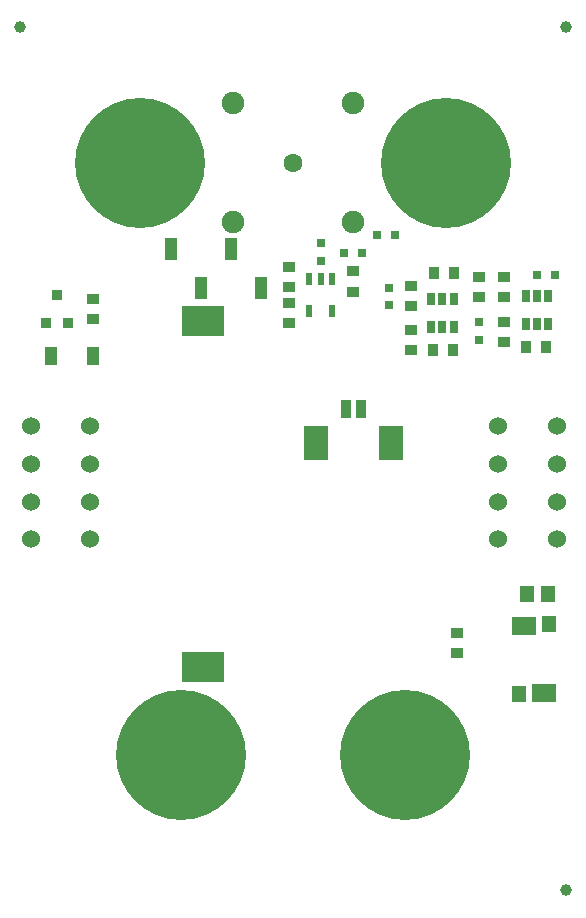
<source format=gbr>
G04 Layer_Color=255*
%FSLAX45Y45*%
%MOMM*%
%TF.FileFunction,Pads,Bot*%
%TF.Part,Single*%
G01*
G75*
%TA.AperFunction,ComponentPad*%
%ADD12C,1.52400*%
%ADD14C,1.60000*%
%ADD15C,1.90000*%
%TA.AperFunction,SMDPad,CuDef*%
%ADD17R,0.80000X0.80000*%
%ADD18R,0.80000X0.80000*%
G04:AMPARAMS|DCode=19|XSize=1mm|YSize=1mm|CornerRadius=0.5mm|HoleSize=0mm|Usage=FLASHONLY|Rotation=90.000|XOffset=0mm|YOffset=0mm|HoleType=Round|Shape=RoundedRectangle|*
%AMROUNDEDRECTD19*
21,1,1.00000,0.00000,0,0,90.0*
21,1,0.00000,1.00000,0,0,90.0*
1,1,1.00000,0.00000,0.00000*
1,1,1.00000,0.00000,0.00000*
1,1,1.00000,0.00000,0.00000*
1,1,1.00000,0.00000,0.00000*
%
%ADD19ROUNDEDRECTD19*%
%ADD20R,0.65000X1.10000*%
%ADD21R,3.60000X2.60000*%
%ADD22R,1.10000X1.60000*%
%ADD23R,2.10000X3.00000*%
%ADD24R,0.81000X1.60000*%
%ADD25R,0.90000X0.95000*%
%ADD26R,0.90000X0.95001*%
%TA.AperFunction,SMDPad,SMDef*%
%ADD27R,0.60000X1.10000*%
%TA.AperFunction,SMDPad,CuDef*%
%ADD28R,0.90000X1.00000*%
%ADD29R,1.00000X0.90000*%
%ADD30R,1.20000X1.40000*%
%ADD31R,2.00000X1.65000*%
%ADD32R,1.15000X1.40000*%
%ADD33R,1.00000X1.91000*%
%TA.AperFunction,ComponentPad*%
%ADD43C,11.00000*%
D12*
X770000Y4270000D02*
D03*
Y3950000D02*
D03*
Y3630000D02*
D03*
Y3310000D02*
D03*
X270000Y3310000D02*
D03*
Y3630000D02*
D03*
Y3950000D02*
D03*
Y4270000D02*
D03*
X4730000D02*
D03*
Y3950000D02*
D03*
Y3630000D02*
D03*
Y3310000D02*
D03*
X4230000Y3310000D02*
D03*
Y3630000D02*
D03*
Y3950000D02*
D03*
Y4270000D02*
D03*
D14*
X2492802Y6500572D02*
D03*
D15*
X1987802Y5995572D02*
D03*
Y7005572D02*
D03*
X2997802D02*
D03*
Y5995572D02*
D03*
D17*
X2730246Y5816670D02*
D03*
Y5666670D02*
D03*
X3301072Y5442969D02*
D03*
Y5292967D02*
D03*
X4064702Y5149320D02*
D03*
Y4999318D02*
D03*
D18*
X3356680Y5889244D02*
D03*
X3206680D02*
D03*
X4710589Y5551204D02*
D03*
X4560587D02*
D03*
X3078226Y5732526D02*
D03*
X2928224D02*
D03*
D19*
X180001Y7646998D02*
D03*
X4807000Y340003D02*
D03*
X4807002Y7646998D02*
D03*
D20*
X4654998Y5370000D02*
D03*
X4560002D02*
D03*
X4465001D02*
D03*
Y5130001D02*
D03*
X4560002D02*
D03*
X4654998D02*
D03*
X3852226Y5347968D02*
D03*
X3757225D02*
D03*
X3662224D02*
D03*
Y5107969D02*
D03*
X3757225D02*
D03*
X3852226D02*
D03*
D21*
X1731518Y5161895D02*
D03*
Y2231898D02*
D03*
D22*
X444999Y4859999D02*
D03*
X795001D02*
D03*
D23*
X3324082Y4125282D02*
D03*
X2689082D02*
D03*
D24*
X3069082Y4415282D02*
D03*
X2944082D02*
D03*
D25*
X495002Y5377498D02*
D03*
X590003Y5142503D02*
D03*
D26*
X400000Y5142497D02*
D03*
D27*
X2631970Y5244890D02*
D03*
X2821972D02*
D03*
Y5514892D02*
D03*
X2726971D02*
D03*
X2631970D02*
D03*
D28*
X3683598Y5563108D02*
D03*
X3853598D02*
D03*
X4462045Y4938261D02*
D03*
X4632047D02*
D03*
X3846068Y4912868D02*
D03*
X3676066D02*
D03*
D29*
X3491074Y4912968D02*
D03*
Y5082970D02*
D03*
X3491074Y5452968D02*
D03*
Y5282968D02*
D03*
X4281334Y4985002D02*
D03*
Y5154999D02*
D03*
X3004312Y5578676D02*
D03*
Y5408676D02*
D03*
X2458482Y5443084D02*
D03*
Y5613084D02*
D03*
X2458483Y5143082D02*
D03*
Y5313084D02*
D03*
X4064702Y5529411D02*
D03*
Y5359413D02*
D03*
X795001Y5345002D02*
D03*
Y5174999D02*
D03*
X4281334Y5365001D02*
D03*
Y5534999D02*
D03*
X3879999Y2345002D02*
D03*
Y2515000D02*
D03*
D30*
X4650000Y2850000D02*
D03*
X4470000D02*
D03*
D31*
X4620002Y2010002D02*
D03*
X4450000Y2579998D02*
D03*
D32*
X4410000Y1999999D02*
D03*
X4660002Y2590001D02*
D03*
D33*
X1462024Y5766124D02*
D03*
X1716024Y5437124D02*
D03*
X1970024Y5766124D02*
D03*
X2224024Y5437124D02*
D03*
D43*
X3786999Y6500000D02*
D03*
X3439999Y1487001D02*
D03*
X1199999Y6500000D02*
D03*
X1539998Y1487001D02*
D03*
%TF.MD5,687568330a111a97f5dd2defdb801ac8*%
M02*

</source>
